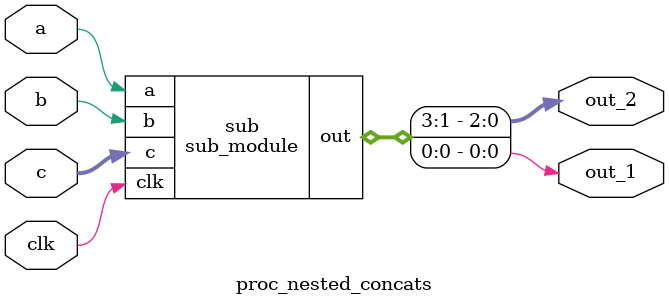
<source format=v>
module sub_module(
	input            clk,
	input            a,
	input            b,
	input  [1:0]     c,
	output reg [3:0] out
);

always @(posedge clk) begin
	out <= {a,{c,{b}}};
end

endmodule

module proc_nested_concats(
	input        clk,
	input        a,
	input        b,
	input  [1:0] c,
	output       out_1,
	output [2:0] out_2
);

sub_module sub(
	.clk(clk),
	.a(a),
	.b(b),
	.c(c),
	.out({out_2,out_1})
);

endmodule

</source>
